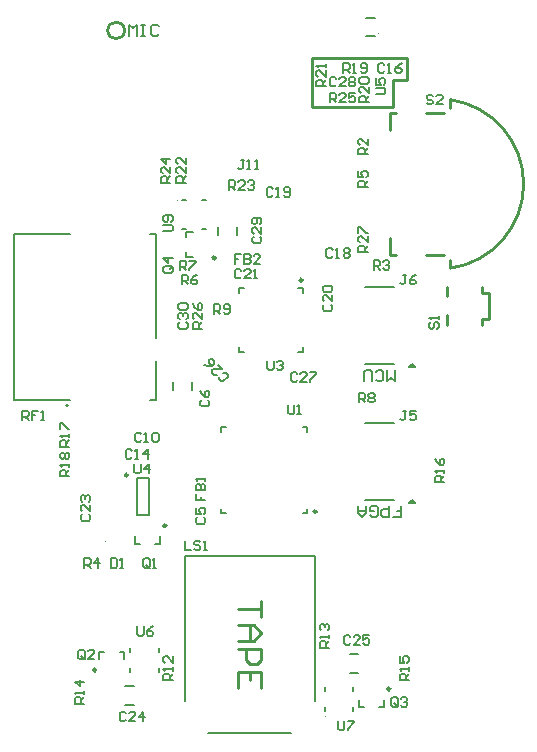
<source format=gto>
G04*
G04 #@! TF.GenerationSoftware,Altium Limited,Altium Designer,18.1.7 (191)*
G04*
G04 Layer_Color=65535*
%FSLAX25Y25*%
%MOIN*%
G70*
G01*
G75*
%ADD10C,0.00394*%
%ADD11C,0.00984*%
%ADD12C,0.00787*%
%ADD13C,0.00600*%
%ADD14C,0.01000*%
D10*
X48583Y55709D02*
G03*
X48583Y55709I-197J0D01*
G01*
X104102Y31299D02*
G03*
X104102Y31299I-197J0D01*
G01*
X54724Y203150D02*
G03*
X54724Y203150I-197J0D01*
G01*
X121595Y258827D02*
G03*
X121595Y258827I-197J0D01*
G01*
X30827Y89512D02*
G03*
X30827Y89512I-197J0D01*
G01*
D11*
X27619Y46654D02*
G03*
X27619Y46654I-492J0D01*
G01*
X125657Y40354D02*
G03*
X125657Y40354I-492J0D01*
G01*
X101083Y99410D02*
G03*
X101083Y99410I-492J0D01*
G01*
X145677Y180591D02*
G03*
X145677Y236732I-3945J28071D01*
G01*
X96358Y176575D02*
G03*
X96358Y176575I-492J0D01*
G01*
X67421Y184055D02*
G03*
X67421Y184055I-492J0D01*
G01*
X37036Y259842D02*
G03*
X37036Y259842I-2784J0D01*
G01*
X38189Y111614D02*
G03*
X38189Y111614I-492J0D01*
G01*
X50937Y94814D02*
G03*
X50937Y94814I-492J0D01*
G01*
X145677Y180591D02*
Y183457D01*
Y233866D02*
Y236732D01*
X137402Y185039D02*
X143701D01*
X137402Y232283D02*
X143701D01*
X125591Y185039D02*
X127559D01*
X125591D02*
X125591Y190551D01*
X125591Y232283D02*
X125591Y226772D01*
X125591Y232283D02*
X127559D01*
X82676Y69549D02*
Y64302D01*
Y66925D01*
X74804D01*
Y61678D02*
X80052D01*
X82676Y59054D01*
X80052Y56430D01*
X74804D01*
X78740D01*
Y61678D01*
X74804Y53806D02*
X82676D01*
Y49870D01*
X81364Y48559D01*
X78740D01*
X77428Y49870D01*
Y53806D01*
X82676Y40687D02*
Y45935D01*
X74804D01*
Y40687D01*
X78740Y45935D02*
Y43311D01*
D12*
X18307Y134843D02*
G03*
X18307Y134843I-394J0D01*
G01*
X53343Y139913D02*
Y142669D01*
X59643Y139913D02*
Y142669D01*
X38938Y45866D02*
Y47362D01*
Y52638D02*
Y54134D01*
X48386Y45866D02*
Y47362D01*
Y52638D02*
Y54134D01*
X28701Y50295D02*
Y52658D01*
X30276D01*
X36969Y50295D02*
Y52658D01*
X35394D02*
X36969D01*
X37363Y35039D02*
X40119D01*
X37363Y41339D02*
X40119D01*
X113354Y39646D02*
Y41142D01*
Y32874D02*
Y34370D01*
X103905Y39646D02*
Y41142D01*
Y32874D02*
Y34370D01*
X112173Y45669D02*
X114929D01*
X112173Y51968D02*
X114929D01*
X123591Y34350D02*
Y36713D01*
X122016Y34350D02*
X123591D01*
X115323D02*
Y36713D01*
Y34350D02*
X116898D01*
X98032Y98819D02*
Y100394D01*
X96457Y98819D02*
X98032D01*
X69291D02*
X70866D01*
X69291D02*
Y100394D01*
Y125984D02*
Y127559D01*
X70866D01*
X98032Y125984D02*
Y127559D01*
X96457D02*
X98032D01*
X131890Y147638D02*
X132874Y148622D01*
X133858Y147638D01*
X131890D02*
X133858D01*
X117126Y174213D02*
X126969D01*
X117126Y148622D02*
X126969D01*
X94784Y174016D02*
X96457D01*
Y172343D02*
Y174016D01*
Y152756D02*
Y154429D01*
X94784Y152756D02*
X96457D01*
X75197D02*
X76870D01*
X75197D02*
Y154429D01*
Y174016D02*
X76870D01*
X75197Y172343D02*
Y174016D01*
X74411Y191536D02*
Y194292D01*
X68111Y191536D02*
Y194292D01*
X45472Y191929D02*
X47441D01*
X45472Y136811D02*
X47441D01*
X197D02*
X18898D01*
X197D02*
Y191929D01*
X18898D01*
X47441Y157480D02*
Y191929D01*
Y136811D02*
Y149606D01*
X57580Y191142D02*
Y192717D01*
X59942D01*
X57580Y184449D02*
Y186024D01*
Y184449D02*
X59942D01*
X56102Y203150D02*
X57598D01*
X62874D02*
X64370D01*
X56102Y193701D02*
X57598D01*
X62874D02*
X64370D01*
X117398Y257827D02*
X120398D01*
X117398Y263827D02*
X120398D01*
X131890Y102362D02*
X132874Y103347D01*
X133858Y102362D01*
X131890D02*
X133858D01*
X117126Y128937D02*
X126969D01*
X117126Y103347D02*
X126969D01*
X45079Y98425D02*
Y110630D01*
X41142Y98425D02*
Y110630D01*
Y98425D02*
X45079D01*
X41142Y110630D02*
X45079D01*
X40602Y88810D02*
X42177D01*
X40602D02*
Y91172D01*
X47295Y88810D02*
X48870D01*
Y91172D01*
X127294Y146751D02*
Y142816D01*
X125982Y144128D01*
X124670Y142816D01*
Y146751D01*
X120735Y143472D02*
X121391Y142816D01*
X122703D01*
X123359Y143472D01*
Y146096D01*
X122703Y146751D01*
X121391D01*
X120735Y146096D01*
X119423Y142816D02*
Y146096D01*
X118767Y146751D01*
X117455D01*
X116799Y146096D01*
Y142816D01*
X126638Y97540D02*
X129262D01*
Y99508D01*
X127950D01*
X129262D01*
Y101476D01*
X125326D02*
Y97540D01*
X123359D01*
X122703Y98196D01*
Y99508D01*
X123359Y100164D01*
X125326D01*
X118767Y98196D02*
X119423Y97540D01*
X120735D01*
X121391Y98196D01*
Y100820D01*
X120735Y101476D01*
X119423D01*
X118767Y100820D01*
Y99508D01*
X120079D01*
X117455Y101476D02*
Y98852D01*
X116143Y97540D01*
X114831Y98852D01*
Y101476D01*
Y99508D01*
X117455D01*
X38583Y257874D02*
Y261810D01*
X39895Y260498D01*
X41206Y261810D01*
Y257874D01*
X42518Y261810D02*
X43830D01*
X43174D01*
Y257874D01*
X42518D01*
X43830D01*
X48422Y261154D02*
X47766Y261810D01*
X46454D01*
X45798Y261154D01*
Y258530D01*
X46454Y257874D01*
X47766D01*
X48422Y258530D01*
X139894Y237860D02*
X139370Y238385D01*
X138320D01*
X137795Y237860D01*
Y237335D01*
X138320Y236810D01*
X139370D01*
X139894Y236286D01*
Y235761D01*
X139370Y235236D01*
X138320D01*
X137795Y235761D01*
X143043Y235236D02*
X140944D01*
X143043Y237335D01*
Y237860D01*
X142518Y238385D01*
X141469D01*
X140944Y237860D01*
X118110Y186024D02*
X114962D01*
Y187598D01*
X115486Y188123D01*
X116536D01*
X117061Y187598D01*
Y186024D01*
Y187073D02*
X118110Y188123D01*
Y191271D02*
Y189172D01*
X116011Y191271D01*
X115486D01*
X114962Y190746D01*
Y189697D01*
X115486Y189172D01*
X114962Y192321D02*
Y194420D01*
X115486D01*
X117586Y192321D01*
X118110D01*
Y218504D02*
X114962D01*
Y220078D01*
X115486Y220603D01*
X116536D01*
X117061Y220078D01*
Y218504D01*
Y219553D02*
X118110Y220603D01*
Y223752D02*
Y221653D01*
X116011Y223752D01*
X115486D01*
X114962Y223227D01*
Y222177D01*
X115486Y221653D01*
X139109Y162532D02*
X138584Y162007D01*
Y160958D01*
X139109Y160433D01*
X139633D01*
X140158Y160958D01*
Y162007D01*
X140683Y162532D01*
X141208D01*
X141732Y162007D01*
Y160958D01*
X141208Y160433D01*
X141732Y163582D02*
Y164631D01*
Y164106D01*
X138584D01*
X139109Y163582D01*
X50001Y192913D02*
X52625D01*
X53150Y193438D01*
Y194488D01*
X52625Y195012D01*
X50001D01*
X52625Y196062D02*
X53150Y196587D01*
Y197636D01*
X52625Y198161D01*
X50526D01*
X50001Y197636D01*
Y196587D01*
X50526Y196062D01*
X51051D01*
X51575Y196587D01*
Y198161D01*
X62992Y160433D02*
X59844D01*
Y162007D01*
X60368Y162532D01*
X61418D01*
X61943Y162007D01*
Y160433D01*
Y161483D02*
X62992Y162532D01*
Y165681D02*
Y163582D01*
X60893Y165681D01*
X60368D01*
X59844Y165156D01*
Y164106D01*
X60368Y163582D01*
X59844Y168829D02*
X60368Y167780D01*
X61418Y166730D01*
X62467D01*
X62992Y167255D01*
Y168305D01*
X62467Y168829D01*
X61943D01*
X61418Y168305D01*
Y166730D01*
X105512Y235827D02*
Y238975D01*
X107086D01*
X107611Y238451D01*
Y237401D01*
X107086Y236876D01*
X105512D01*
X106561D02*
X107611Y235827D01*
X110759D02*
X108660D01*
X110759Y237926D01*
Y238451D01*
X110235Y238975D01*
X109185D01*
X108660Y238451D01*
X113908Y238975D02*
X111809D01*
Y237401D01*
X112858Y237926D01*
X113383D01*
X113908Y237401D01*
Y236351D01*
X113383Y235827D01*
X112334D01*
X111809Y236351D01*
X52362Y209055D02*
X49214D01*
Y210629D01*
X49738Y211154D01*
X50788D01*
X51313Y210629D01*
Y209055D01*
Y210105D02*
X52362Y211154D01*
Y214303D02*
Y212204D01*
X50263Y214303D01*
X49738D01*
X49214Y213778D01*
Y212729D01*
X49738Y212204D01*
X52362Y216927D02*
X49214D01*
X50788Y215352D01*
Y217451D01*
X71850Y206693D02*
Y209841D01*
X73425D01*
X73949Y209317D01*
Y208267D01*
X73425Y207742D01*
X71850D01*
X72900D02*
X73949Y206693D01*
X77098D02*
X74999D01*
X77098Y208792D01*
Y209317D01*
X76573Y209841D01*
X75524D01*
X74999Y209317D01*
X78148D02*
X78672Y209841D01*
X79722D01*
X80247Y209317D01*
Y208792D01*
X79722Y208267D01*
X79197D01*
X79722D01*
X80247Y207742D01*
Y207218D01*
X79722Y206693D01*
X78672D01*
X78148Y207218D01*
X57480Y209055D02*
X54332D01*
Y210629D01*
X54856Y211154D01*
X55906D01*
X56431Y210629D01*
Y209055D01*
Y210105D02*
X57480Y211154D01*
Y214303D02*
Y212204D01*
X55381Y214303D01*
X54856D01*
X54332Y213778D01*
Y212729D01*
X54856Y212204D01*
X57480Y217451D02*
Y215352D01*
X55381Y217451D01*
X54856D01*
X54332Y216927D01*
Y215877D01*
X54856Y215352D01*
X104134Y241240D02*
X100985D01*
Y242814D01*
X101510Y243339D01*
X102560D01*
X103084Y242814D01*
Y241240D01*
Y242290D02*
X104134Y243339D01*
Y246488D02*
Y244389D01*
X102035Y246488D01*
X101510D01*
X100985Y245963D01*
Y244914D01*
X101510Y244389D01*
X104134Y247537D02*
Y248587D01*
Y248062D01*
X100985D01*
X101510Y247537D01*
X118504Y235827D02*
X115355D01*
Y237401D01*
X115880Y237926D01*
X116930D01*
X117454Y237401D01*
Y235827D01*
Y236876D02*
X118504Y237926D01*
Y241074D02*
Y238975D01*
X116405Y241074D01*
X115880D01*
X115355Y240550D01*
Y239500D01*
X115880Y238975D01*
Y242124D02*
X115355Y242649D01*
Y243698D01*
X115880Y244223D01*
X117979D01*
X118504Y243698D01*
Y242649D01*
X117979Y242124D01*
X115880D01*
X110000Y245669D02*
Y248818D01*
X111574D01*
X112099Y248293D01*
Y247244D01*
X111574Y246719D01*
X110000D01*
X111049D02*
X112099Y245669D01*
X113149D02*
X114198D01*
X113673D01*
Y248818D01*
X113149Y248293D01*
X115772Y246194D02*
X116297Y245669D01*
X117347D01*
X117871Y246194D01*
Y248293D01*
X117347Y248818D01*
X116297D01*
X115772Y248293D01*
Y247768D01*
X116297Y247244D01*
X117871D01*
X18701Y111221D02*
X15552D01*
Y112795D01*
X16077Y113320D01*
X17127D01*
X17651Y112795D01*
Y111221D01*
Y112270D02*
X18701Y113320D01*
Y114369D02*
Y115419D01*
Y114894D01*
X15552D01*
X16077Y114369D01*
Y116993D02*
X15552Y117518D01*
Y118567D01*
X16077Y119092D01*
X16602D01*
X17127Y118567D01*
X17651Y119092D01*
X18176D01*
X18701Y118567D01*
Y117518D01*
X18176Y116993D01*
X17651D01*
X17127Y117518D01*
X16602Y116993D01*
X16077D01*
X17127Y117518D02*
Y118567D01*
X18701Y121063D02*
X15552D01*
Y122637D01*
X16077Y123162D01*
X17127D01*
X17651Y122637D01*
Y121063D01*
Y122113D02*
X18701Y123162D01*
Y124212D02*
Y125261D01*
Y124736D01*
X15552D01*
X16077Y124212D01*
X15552Y126835D02*
Y128935D01*
X16077D01*
X18176Y126835D01*
X18701D01*
X52625Y181233D02*
X50526D01*
X50001Y180708D01*
Y179659D01*
X50526Y179134D01*
X52625D01*
X53150Y179659D01*
Y180708D01*
X52100Y180183D02*
X53150Y181233D01*
Y180708D02*
X52625Y181233D01*
X53150Y183857D02*
X50001D01*
X51575Y182282D01*
Y184381D01*
X76902Y216731D02*
X75853D01*
X76377D01*
Y214107D01*
X75853Y213583D01*
X75328D01*
X74803Y214107D01*
X77952Y213583D02*
X79001D01*
X78477D01*
Y216731D01*
X77952Y216207D01*
X80576Y213583D02*
X81625D01*
X81100D01*
Y216731D01*
X80576Y216207D01*
X55447Y162532D02*
X54922Y162007D01*
Y160958D01*
X55447Y160433D01*
X57546D01*
X58071Y160958D01*
Y162007D01*
X57546Y162532D01*
X55447Y163582D02*
X54922Y164106D01*
Y165156D01*
X55447Y165681D01*
X55972D01*
X56497Y165156D01*
Y164631D01*
Y165156D01*
X57021Y165681D01*
X57546D01*
X58071Y165156D01*
Y164106D01*
X57546Y163582D01*
X55447Y166730D02*
X54922Y167255D01*
Y168305D01*
X55447Y168829D01*
X57546D01*
X58071Y168305D01*
Y167255D01*
X57546Y166730D01*
X55447D01*
X80053Y191075D02*
X79529Y190551D01*
Y189501D01*
X80053Y188976D01*
X82152D01*
X82677Y189501D01*
Y190551D01*
X82152Y191075D01*
X82677Y194224D02*
Y192125D01*
X80578Y194224D01*
X80053D01*
X79529Y193699D01*
Y192650D01*
X80053Y192125D01*
X82152Y195274D02*
X82677Y195798D01*
Y196848D01*
X82152Y197373D01*
X80053D01*
X79529Y196848D01*
Y195798D01*
X80053Y195274D01*
X80578D01*
X81103Y195798D01*
Y197373D01*
X107611Y243805D02*
X107086Y244330D01*
X106037D01*
X105512Y243805D01*
Y241706D01*
X106037Y241181D01*
X107086D01*
X107611Y241706D01*
X110759Y241181D02*
X108660D01*
X110759Y243280D01*
Y243805D01*
X110235Y244330D01*
X109185D01*
X108660Y243805D01*
X111809D02*
X112334Y244330D01*
X113383D01*
X113908Y243805D01*
Y243280D01*
X113383Y242755D01*
X113908Y242231D01*
Y241706D01*
X113383Y241181D01*
X112334D01*
X111809Y241706D01*
Y242231D01*
X112334Y242755D01*
X111809Y243280D01*
Y243805D01*
X112334Y242755D02*
X113383D01*
X94619Y145340D02*
X94094Y145865D01*
X93045D01*
X92520Y145340D01*
Y143241D01*
X93045Y142717D01*
X94094D01*
X94619Y143241D01*
X97767Y142717D02*
X95668D01*
X97767Y144816D01*
Y145340D01*
X97243Y145865D01*
X96193D01*
X95668Y145340D01*
X98817Y145865D02*
X100916D01*
Y145340D01*
X98817Y143241D01*
Y142717D01*
X68511Y144314D02*
Y143572D01*
X69253Y142830D01*
X69995Y142830D01*
X71479Y144314D01*
Y145056D01*
X70737Y145798D01*
X69995Y145798D01*
X68140Y148396D02*
X69624Y146911D01*
X66655D01*
X66284Y146540D01*
Y145798D01*
X67027Y145056D01*
X67769Y145056D01*
X63687Y148396D02*
X64800Y148025D01*
X66284D01*
X67027Y148767D01*
Y149509D01*
X66284Y150251D01*
X65542Y150251D01*
X65171Y149880D01*
X65171Y149138D01*
X66284Y148025D01*
X108268Y29723D02*
Y27100D01*
X108792Y26575D01*
X109842D01*
X110367Y27100D01*
Y29723D01*
X111416D02*
X113515D01*
Y29199D01*
X111416Y27100D01*
Y26575D01*
X41339Y61219D02*
Y58596D01*
X41863Y58071D01*
X42913D01*
X43438Y58596D01*
Y61219D01*
X46586D02*
X45537Y60695D01*
X44487Y59645D01*
Y58596D01*
X45012Y58071D01*
X46062D01*
X46586Y58596D01*
Y59120D01*
X46062Y59645D01*
X44487D01*
X120867Y238583D02*
X123491D01*
X124016Y239107D01*
Y240157D01*
X123491Y240682D01*
X120867D01*
Y243830D02*
Y241731D01*
X122441D01*
X121917Y242781D01*
Y243306D01*
X122441Y243830D01*
X123491D01*
X124016Y243306D01*
Y242256D01*
X123491Y241731D01*
X40354Y115353D02*
Y112730D01*
X40879Y112205D01*
X41929D01*
X42453Y112730D01*
Y115353D01*
X45077Y112205D02*
Y115353D01*
X43503Y113779D01*
X45602D01*
X84646Y149802D02*
Y147178D01*
X85171Y146653D01*
X86220D01*
X86745Y147178D01*
Y149802D01*
X87794Y149277D02*
X88319Y149802D01*
X89369D01*
X89893Y149277D01*
Y148753D01*
X89369Y148228D01*
X88844D01*
X89369D01*
X89893Y147703D01*
Y147178D01*
X89369Y146653D01*
X88319D01*
X87794Y147178D01*
X91535Y135038D02*
Y132414D01*
X92060Y131890D01*
X93110D01*
X93634Y132414D01*
Y135038D01*
X94684Y131890D02*
X95734D01*
X95209D01*
Y135038D01*
X94684Y134514D01*
X2953Y129921D02*
Y133070D01*
X4527D01*
X5052Y132545D01*
Y131496D01*
X4527Y130971D01*
X2953D01*
X4002D02*
X5052Y129921D01*
X8200Y133070D02*
X6101D01*
Y131496D01*
X7151D01*
X6101D01*
Y129921D01*
X9250D02*
X10300D01*
X9775D01*
Y133070D01*
X9250Y132545D01*
X143701Y109252D02*
X140552D01*
Y110826D01*
X141077Y111351D01*
X142127D01*
X142651Y110826D01*
Y109252D01*
Y110301D02*
X143701Y111351D01*
Y112401D02*
Y113450D01*
Y112925D01*
X140552D01*
X141077Y112401D01*
X140552Y117123D02*
X141077Y116074D01*
X142127Y115024D01*
X143176D01*
X143701Y115549D01*
Y116599D01*
X143176Y117123D01*
X142651D01*
X142127Y116599D01*
Y115024D01*
X131890Y43307D02*
X128741D01*
Y44881D01*
X129266Y45406D01*
X130315D01*
X130840Y44881D01*
Y43307D01*
Y44357D02*
X131890Y45406D01*
Y46456D02*
Y47505D01*
Y46980D01*
X128741D01*
X129266Y46456D01*
X128741Y51179D02*
Y49079D01*
X130315D01*
X129791Y50129D01*
Y50654D01*
X130315Y51179D01*
X131365D01*
X131890Y50654D01*
Y49604D01*
X131365Y49079D01*
X23622Y35433D02*
X20473D01*
Y37007D01*
X20998Y37532D01*
X22048D01*
X22572Y37007D01*
Y35433D01*
Y36483D02*
X23622Y37532D01*
Y38582D02*
Y39631D01*
Y39106D01*
X20473D01*
X20998Y38582D01*
X23622Y42780D02*
X20473D01*
X22048Y41205D01*
Y43305D01*
X105315Y54134D02*
X102166D01*
Y55708D01*
X102691Y56233D01*
X103741D01*
X104265Y55708D01*
Y54134D01*
Y55183D02*
X105315Y56233D01*
Y57282D02*
Y58332D01*
Y57807D01*
X102166D01*
X102691Y57282D01*
Y59906D02*
X102166Y60431D01*
Y61481D01*
X102691Y62005D01*
X103216D01*
X103741Y61481D01*
Y60956D01*
Y61481D01*
X104265Y62005D01*
X104790D01*
X105315Y61481D01*
Y60431D01*
X104790Y59906D01*
X53150Y43307D02*
X50001D01*
Y44881D01*
X50526Y45406D01*
X51575D01*
X52100Y44881D01*
Y43307D01*
Y44357D02*
X53150Y45406D01*
Y46456D02*
Y47505D01*
Y46980D01*
X50001D01*
X50526Y46456D01*
X53150Y51179D02*
Y49079D01*
X51051Y51179D01*
X50526D01*
X50001Y50654D01*
Y49604D01*
X50526Y49079D01*
X66929Y165354D02*
Y168503D01*
X68503D01*
X69028Y167978D01*
Y166929D01*
X68503Y166404D01*
X66929D01*
X67979D02*
X69028Y165354D01*
X70078Y165879D02*
X70603Y165354D01*
X71652D01*
X72177Y165879D01*
Y167978D01*
X71652Y168503D01*
X70603D01*
X70078Y167978D01*
Y167453D01*
X70603Y166929D01*
X72177D01*
X115157Y135827D02*
Y138975D01*
X116732D01*
X117256Y138451D01*
Y137401D01*
X116732Y136876D01*
X115157D01*
X116207D02*
X117256Y135827D01*
X118306Y138451D02*
X118831Y138975D01*
X119880D01*
X120405Y138451D01*
Y137926D01*
X119880Y137401D01*
X120405Y136876D01*
Y136352D01*
X119880Y135827D01*
X118831D01*
X118306Y136352D01*
Y136876D01*
X118831Y137401D01*
X118306Y137926D01*
Y138451D01*
X118831Y137401D02*
X119880D01*
X55512Y179921D02*
Y183070D01*
X57086D01*
X57611Y182545D01*
Y181496D01*
X57086Y180971D01*
X55512D01*
X56561D02*
X57611Y179921D01*
X58660Y183070D02*
X60760D01*
Y182545D01*
X58660Y180446D01*
Y179921D01*
X56102Y175197D02*
Y178345D01*
X57677D01*
X58201Y177821D01*
Y176771D01*
X57677Y176246D01*
X56102D01*
X57152D02*
X58201Y175197D01*
X61350Y178345D02*
X60300Y177821D01*
X59251Y176771D01*
Y175722D01*
X59776Y175197D01*
X60825D01*
X61350Y175722D01*
Y176246D01*
X60825Y176771D01*
X59251D01*
X118110Y207677D02*
X114962D01*
Y209251D01*
X115486Y209776D01*
X116536D01*
X117061Y209251D01*
Y207677D01*
Y208727D02*
X118110Y209776D01*
X114962Y212925D02*
Y210826D01*
X116536D01*
X116011Y211875D01*
Y212400D01*
X116536Y212925D01*
X117586D01*
X118110Y212400D01*
Y211350D01*
X117586Y210826D01*
X23622Y80709D02*
Y83857D01*
X25196D01*
X25721Y83333D01*
Y82283D01*
X25196Y81758D01*
X23622D01*
X24672D02*
X25721Y80709D01*
X28345D02*
Y83857D01*
X26771Y82283D01*
X28870D01*
X120079Y180118D02*
Y183267D01*
X121653D01*
X122178Y182742D01*
Y181692D01*
X121653Y181168D01*
X120079D01*
X121128D02*
X122178Y180118D01*
X123227Y182742D02*
X123752Y183267D01*
X124802D01*
X125326Y182742D01*
Y182217D01*
X124802Y181692D01*
X124277D01*
X124802D01*
X125326Y181168D01*
Y180643D01*
X124802Y180118D01*
X123752D01*
X123227Y180643D01*
X128083Y34974D02*
Y37073D01*
X127559Y37597D01*
X126509D01*
X125984Y37073D01*
Y34974D01*
X126509Y34449D01*
X127559D01*
X127034Y35498D02*
X128083Y34449D01*
X127559D02*
X128083Y34974D01*
X129133Y37073D02*
X129658Y37597D01*
X130707D01*
X131232Y37073D01*
Y36548D01*
X130707Y36023D01*
X130182D01*
X130707D01*
X131232Y35498D01*
Y34974D01*
X130707Y34449D01*
X129658D01*
X129133Y34974D01*
X23753Y50722D02*
Y52821D01*
X23228Y53345D01*
X22178D01*
X21654Y52821D01*
Y50722D01*
X22178Y50197D01*
X23228D01*
X22703Y51246D02*
X23753Y50197D01*
X23228D02*
X23753Y50722D01*
X26901Y50197D02*
X24802D01*
X26901Y52296D01*
Y52821D01*
X26376Y53345D01*
X25327D01*
X24802Y52821D01*
X45406Y81233D02*
Y83333D01*
X44881Y83857D01*
X43832D01*
X43307Y83333D01*
Y81233D01*
X43832Y80709D01*
X44881D01*
X44357Y81758D02*
X45406Y80709D01*
X44881D02*
X45406Y81233D01*
X46456Y80709D02*
X47505D01*
X46981D01*
Y83857D01*
X46456Y83333D01*
X57087Y89763D02*
Y86614D01*
X59186D01*
X62334Y89238D02*
X61809Y89763D01*
X60760D01*
X60235Y89238D01*
Y88713D01*
X60760Y88188D01*
X61809D01*
X62334Y87664D01*
Y87139D01*
X61809Y86614D01*
X60760D01*
X60235Y87139D01*
X63384Y86614D02*
X64433D01*
X63909D01*
Y89763D01*
X63384Y89238D01*
X131036Y178345D02*
X129987D01*
X130511D01*
Y175722D01*
X129987Y175197D01*
X129462D01*
X128937Y175722D01*
X134185Y178345D02*
X133135Y177821D01*
X132086Y176771D01*
Y175722D01*
X132610Y175197D01*
X133660D01*
X134185Y175722D01*
Y176246D01*
X133660Y176771D01*
X132086D01*
X131036Y133070D02*
X129987D01*
X130511D01*
Y130446D01*
X129987Y129921D01*
X129462D01*
X128937Y130446D01*
X134185Y133070D02*
X132086D01*
Y131496D01*
X133135Y132020D01*
X133660D01*
X134185Y131496D01*
Y130446D01*
X133660Y129921D01*
X132610D01*
X132086Y130446D01*
X75918Y185235D02*
X73819D01*
Y183661D01*
X74868D01*
X73819D01*
Y182087D01*
X76968Y185235D02*
Y182087D01*
X78542D01*
X79067Y182611D01*
Y183136D01*
X78542Y183661D01*
X76968D01*
X78542D01*
X79067Y184186D01*
Y184710D01*
X78542Y185235D01*
X76968D01*
X82215Y182087D02*
X80116D01*
X82215Y184186D01*
Y184710D01*
X81690Y185235D01*
X80641D01*
X80116Y184710D01*
X60828Y105446D02*
Y103347D01*
X62402D01*
Y104396D01*
Y103347D01*
X63976D01*
X60828Y106495D02*
X63976D01*
Y108069D01*
X63452Y108594D01*
X62927D01*
X62402Y108069D01*
Y106495D01*
Y108069D01*
X61877Y108594D01*
X61353D01*
X60828Y108069D01*
Y106495D01*
X63976Y109644D02*
Y110693D01*
Y110168D01*
X60828D01*
X61353Y109644D01*
X32480Y83857D02*
Y80709D01*
X34055D01*
X34579Y81233D01*
Y83333D01*
X34055Y83857D01*
X32480D01*
X35629Y80709D02*
X36678D01*
X36154D01*
Y83857D01*
X35629Y83333D01*
X112335Y57742D02*
X111811Y58267D01*
X110761D01*
X110236Y57742D01*
Y55643D01*
X110761Y55118D01*
X111811D01*
X112335Y55643D01*
X115484Y55118D02*
X113385D01*
X115484Y57217D01*
Y57742D01*
X114959Y58267D01*
X113910D01*
X113385Y57742D01*
X118632Y58267D02*
X116533D01*
Y56692D01*
X117583Y57217D01*
X118108D01*
X118632Y56692D01*
Y55643D01*
X118108Y55118D01*
X117058D01*
X116533Y55643D01*
X37532Y32151D02*
X37007Y32676D01*
X35958D01*
X35433Y32151D01*
Y30052D01*
X35958Y29528D01*
X37007D01*
X37532Y30052D01*
X40681Y29528D02*
X38582D01*
X40681Y31627D01*
Y32151D01*
X40156Y32676D01*
X39106D01*
X38582Y32151D01*
X43305Y29528D02*
Y32676D01*
X41730Y31102D01*
X43829D01*
X22967Y98556D02*
X22442Y98031D01*
Y96982D01*
X22967Y96457D01*
X25066D01*
X25591Y96982D01*
Y98031D01*
X25066Y98556D01*
X25591Y101704D02*
Y99605D01*
X23492Y101704D01*
X22967D01*
X22442Y101180D01*
Y100130D01*
X22967Y99605D01*
Y102754D02*
X22442Y103279D01*
Y104328D01*
X22967Y104853D01*
X23492D01*
X24016Y104328D01*
Y103803D01*
Y104328D01*
X24541Y104853D01*
X25066D01*
X25591Y104328D01*
Y103279D01*
X25066Y102754D01*
X75918Y179789D02*
X75393Y180314D01*
X74344D01*
X73819Y179789D01*
Y177690D01*
X74344Y177165D01*
X75393D01*
X75918Y177690D01*
X79067Y177165D02*
X76968D01*
X79067Y179264D01*
Y179789D01*
X78542Y180314D01*
X77492D01*
X76968Y179789D01*
X80116Y177165D02*
X81166D01*
X80641D01*
Y180314D01*
X80116Y179789D01*
X103675Y168438D02*
X103151Y167913D01*
Y166863D01*
X103675Y166339D01*
X105774D01*
X106299Y166863D01*
Y167913D01*
X105774Y168438D01*
X106299Y171586D02*
Y169487D01*
X104200Y171586D01*
X103675D01*
X103151Y171062D01*
Y170012D01*
X103675Y169487D01*
Y172636D02*
X103151Y173161D01*
Y174210D01*
X103675Y174735D01*
X105774D01*
X106299Y174210D01*
Y173161D01*
X105774Y172636D01*
X103675D01*
X86499Y207102D02*
X85974Y207627D01*
X84925D01*
X84400Y207102D01*
Y205003D01*
X84925Y204478D01*
X85974D01*
X86499Y205003D01*
X87549Y204478D02*
X88598D01*
X88073D01*
Y207627D01*
X87549Y207102D01*
X90172Y205003D02*
X90697Y204478D01*
X91747D01*
X92272Y205003D01*
Y207102D01*
X91747Y207627D01*
X90697D01*
X90172Y207102D01*
Y206577D01*
X90697Y206052D01*
X92272D01*
X106430Y186679D02*
X105905Y187204D01*
X104856D01*
X104331Y186679D01*
Y184580D01*
X104856Y184055D01*
X105905D01*
X106430Y184580D01*
X107479Y184055D02*
X108529D01*
X108004D01*
Y187204D01*
X107479Y186679D01*
X110103D02*
X110628Y187204D01*
X111677D01*
X112202Y186679D01*
Y186154D01*
X111677Y185629D01*
X112202Y185105D01*
Y184580D01*
X111677Y184055D01*
X110628D01*
X110103Y184580D01*
Y185105D01*
X110628Y185629D01*
X110103Y186154D01*
Y186679D01*
X110628Y185629D02*
X111677D01*
X123694Y248293D02*
X123169Y248818D01*
X122119D01*
X121595Y248293D01*
Y246194D01*
X122119Y245669D01*
X123169D01*
X123694Y246194D01*
X124743Y245669D02*
X125793D01*
X125268D01*
Y248818D01*
X124743Y248293D01*
X129466Y248818D02*
X128417Y248293D01*
X127367Y247244D01*
Y246194D01*
X127892Y245669D01*
X128941D01*
X129466Y246194D01*
Y246719D01*
X128941Y247244D01*
X127367D01*
X39501Y119750D02*
X38976Y120275D01*
X37926D01*
X37402Y119750D01*
Y117651D01*
X37926Y117126D01*
X38976D01*
X39501Y117651D01*
X40550Y117126D02*
X41600D01*
X41075D01*
Y120275D01*
X40550Y119750D01*
X44748Y117126D02*
Y120275D01*
X43174Y118700D01*
X45273D01*
X42650Y125262D02*
X42125Y125786D01*
X41076D01*
X40551Y125262D01*
Y123163D01*
X41076Y122638D01*
X42125D01*
X42650Y123163D01*
X43700Y122638D02*
X44749D01*
X44225D01*
Y125786D01*
X43700Y125262D01*
X46324D02*
X46848Y125786D01*
X47898D01*
X48423Y125262D01*
Y123163D01*
X47898Y122638D01*
X46848D01*
X46324Y123163D01*
Y125262D01*
X62730Y136646D02*
X62206Y136121D01*
Y135072D01*
X62730Y134547D01*
X64830D01*
X65354Y135072D01*
Y136121D01*
X64830Y136646D01*
X62206Y139795D02*
X62730Y138745D01*
X63780Y137696D01*
X64830D01*
X65354Y138221D01*
Y139270D01*
X64830Y139795D01*
X64305D01*
X63780Y139270D01*
Y137696D01*
X61353Y97571D02*
X60828Y97047D01*
Y95997D01*
X61353Y95472D01*
X63452D01*
X63976Y95997D01*
Y97047D01*
X63452Y97571D01*
X60828Y100720D02*
Y98621D01*
X62402D01*
X61877Y99671D01*
Y100195D01*
X62402Y100720D01*
X63452D01*
X63976Y100195D01*
Y99146D01*
X63452Y98621D01*
D13*
X64961Y25591D02*
X92520D01*
X100394Y36417D02*
Y84646D01*
X57087D02*
X100394D01*
X57087Y36417D02*
Y84646D01*
D14*
X144527Y171221D02*
X144527Y174370D01*
X144527Y164921D02*
X144527Y161772D01*
X156338D02*
Y163740D01*
X158700D01*
Y172402D01*
X156338D02*
X158700D01*
X156338D02*
Y174370D01*
X99606Y234252D02*
X126378D01*
Y243307D01*
X131102D01*
Y250787D01*
X130315D02*
X131102D01*
X99606D02*
X130315D01*
X99606Y234252D02*
Y250787D01*
M02*

</source>
